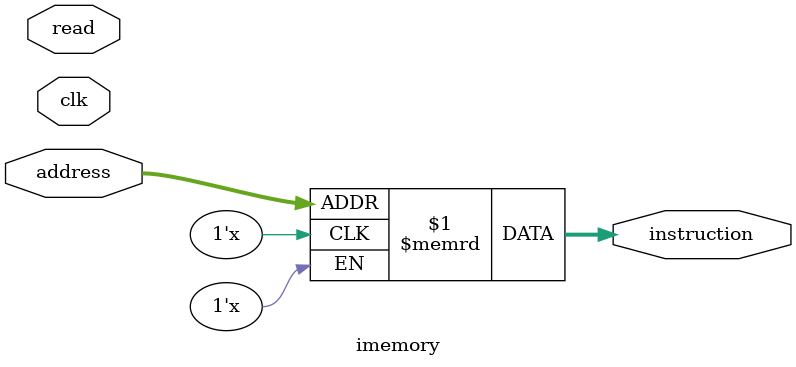
<source format=v>
`ifndef IRMEMORY
`define IRMEMORY

`timescale 1ns / 1ps

//Ö¸ÁîÄÚ´æ,Ä¬ÈÏÎª 1024*4 Byte£¬¶ÁÐÅºÅ
module imemory #(parameter WIDTH=32,DEPTH=1024)(
    input                  clk,read,
    input  [WIDTH-1:0]     address,
    output [WIDTH-1:0]     instruction
    );
    
    reg [WIDTH-1:0] mem [DEPTH-1:0]; 
    
    /*
        TODO:Ìí¼ÓÖ¸ÁîÎÄ¼þµÄ¶ÁÈ¡¹ý³Ì
    */
    
    assign instruction = mem[address];
    
endmodule

`endif
</source>
